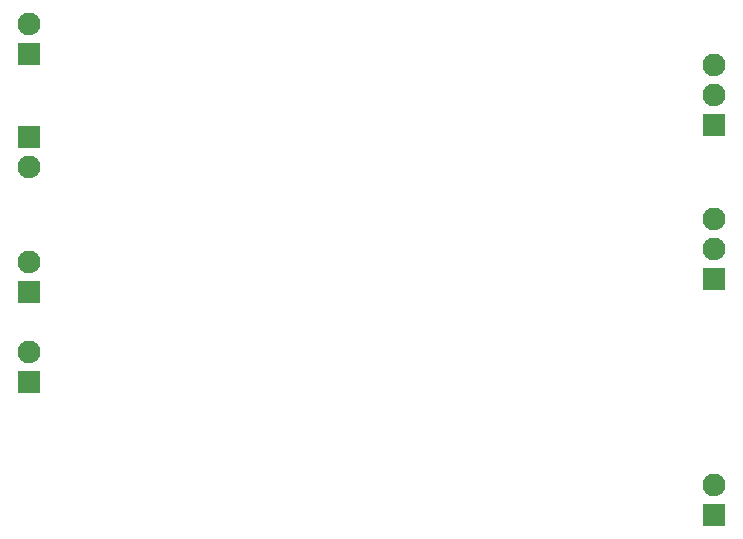
<source format=gbs>
G04 Layer_Color=16711935*
%FSLAX24Y24*%
%MOIN*%
G70*
G01*
G75*
%ADD58R,0.0760X0.0760*%
%ADD59C,0.0760*%
D58*
X33465Y20654D02*
D03*
Y25772D02*
D03*
Y12795D02*
D03*
X10630Y17224D02*
D03*
Y28150D02*
D03*
Y25394D02*
D03*
Y20219D02*
D03*
D59*
X33465Y22654D02*
D03*
Y21654D02*
D03*
Y27772D02*
D03*
Y26772D02*
D03*
Y13795D02*
D03*
X10630Y18224D02*
D03*
Y29150D02*
D03*
Y24394D02*
D03*
Y21219D02*
D03*
M02*

</source>
